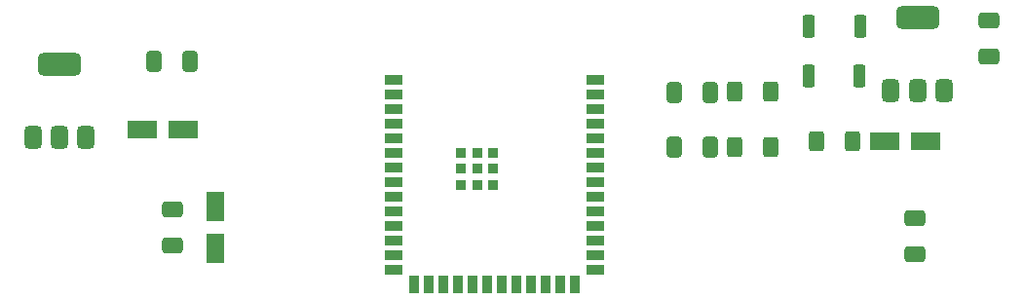
<source format=gbr>
%TF.GenerationSoftware,KiCad,Pcbnew,9.0.4-9.0.4-0~ubuntu22.04.1*%
%TF.CreationDate,2025-10-18T22:49:11+02:00*%
%TF.ProjectId,YR,59522e6b-6963-4616-945f-706362585858,rev?*%
%TF.SameCoordinates,Original*%
%TF.FileFunction,Paste,Top*%
%TF.FilePolarity,Positive*%
%FSLAX46Y46*%
G04 Gerber Fmt 4.6, Leading zero omitted, Abs format (unit mm)*
G04 Created by KiCad (PCBNEW 9.0.4-9.0.4-0~ubuntu22.04.1) date 2025-10-18 22:49:11*
%MOMM*%
%LPD*%
G01*
G04 APERTURE LIST*
G04 Aperture macros list*
%AMRoundRect*
0 Rectangle with rounded corners*
0 $1 Rounding radius*
0 $2 $3 $4 $5 $6 $7 $8 $9 X,Y pos of 4 corners*
0 Add a 4 corners polygon primitive as box body*
4,1,4,$2,$3,$4,$5,$6,$7,$8,$9,$2,$3,0*
0 Add four circle primitives for the rounded corners*
1,1,$1+$1,$2,$3*
1,1,$1+$1,$4,$5*
1,1,$1+$1,$6,$7*
1,1,$1+$1,$8,$9*
0 Add four rect primitives between the rounded corners*
20,1,$1+$1,$2,$3,$4,$5,0*
20,1,$1+$1,$4,$5,$6,$7,0*
20,1,$1+$1,$6,$7,$8,$9,0*
20,1,$1+$1,$8,$9,$2,$3,0*%
G04 Aperture macros list end*
%ADD10RoundRect,0.375000X0.375000X-0.625000X0.375000X0.625000X-0.375000X0.625000X-0.375000X-0.625000X0*%
%ADD11RoundRect,0.500000X1.400000X-0.500000X1.400000X0.500000X-1.400000X0.500000X-1.400000X-0.500000X0*%
%ADD12R,0.900000X0.900000*%
%ADD13R,1.500000X0.900000*%
%ADD14R,0.900000X1.500000*%
%ADD15RoundRect,0.250000X-0.650000X0.412500X-0.650000X-0.412500X0.650000X-0.412500X0.650000X0.412500X0*%
%ADD16RoundRect,0.250000X-0.275000X-0.750000X0.275000X-0.750000X0.275000X0.750000X-0.275000X0.750000X0*%
%ADD17RoundRect,0.250000X0.400000X0.625000X-0.400000X0.625000X-0.400000X-0.625000X0.400000X-0.625000X0*%
%ADD18RoundRect,0.250000X-1.050000X-0.550000X1.050000X-0.550000X1.050000X0.550000X-1.050000X0.550000X0*%
%ADD19RoundRect,0.250000X1.050000X0.550000X-1.050000X0.550000X-1.050000X-0.550000X1.050000X-0.550000X0*%
%ADD20RoundRect,0.250000X-0.412500X-0.650000X0.412500X-0.650000X0.412500X0.650000X-0.412500X0.650000X0*%
%ADD21RoundRect,0.250000X-0.400000X-0.625000X0.400000X-0.625000X0.400000X0.625000X-0.400000X0.625000X0*%
%ADD22RoundRect,0.250000X-0.550000X1.050000X-0.550000X-1.050000X0.550000X-1.050000X0.550000X1.050000X0*%
G04 APERTURE END LIST*
D10*
%TO.C,U3*%
X184450000Y-58800000D03*
X186750000Y-58800000D03*
D11*
X186750000Y-52500000D03*
D10*
X189050000Y-58800000D03*
%TD*%
D12*
%TO.C,U2*%
X147100000Y-64200000D03*
X147100000Y-65600000D03*
X147100000Y-67000000D03*
X148500000Y-64200000D03*
X148500000Y-65600000D03*
X148500000Y-67000000D03*
X149900000Y-64200000D03*
X149900000Y-65600000D03*
X149900000Y-67000000D03*
D13*
X141250000Y-57880000D03*
X141250000Y-59150000D03*
X141250000Y-60420000D03*
X141250000Y-61690000D03*
X141250000Y-62960000D03*
X141250000Y-64230000D03*
X141250000Y-65500000D03*
X141250000Y-66770000D03*
X141250000Y-68040000D03*
X141250000Y-69310000D03*
X141250000Y-70580000D03*
X141250000Y-71850000D03*
X141250000Y-73120000D03*
X141250000Y-74390000D03*
D14*
X143015000Y-75640000D03*
X144285000Y-75640000D03*
X145555000Y-75640000D03*
X146825000Y-75640000D03*
X148095000Y-75640000D03*
X149365000Y-75640000D03*
X150635000Y-75640000D03*
X151905000Y-75640000D03*
X153175000Y-75640000D03*
X154445000Y-75640000D03*
X155715000Y-75640000D03*
X156985000Y-75640000D03*
D13*
X158750000Y-74390000D03*
X158750000Y-73120000D03*
X158750000Y-71850000D03*
X158750000Y-70580000D03*
X158750000Y-69310000D03*
X158750000Y-68040000D03*
X158750000Y-66770000D03*
X158750000Y-65500000D03*
X158750000Y-64230000D03*
X158750000Y-62960000D03*
X158750000Y-61690000D03*
X158750000Y-60420000D03*
X158750000Y-59150000D03*
X158750000Y-57880000D03*
%TD*%
D15*
%TO.C,C8*%
X122000000Y-69125000D03*
X122000000Y-72250000D03*
%TD*%
D10*
%TO.C,U1*%
X109900000Y-62865000D03*
X112200000Y-62865000D03*
D11*
X112200000Y-56565000D03*
D10*
X114500000Y-62865000D03*
%TD*%
D16*
%TO.C,S2*%
X177300000Y-53250000D03*
X181750000Y-53250000D03*
%TD*%
D15*
%TO.C,C10*%
X193000000Y-52750000D03*
X193000000Y-55875000D03*
%TD*%
D17*
%TO.C,R9*%
X181102000Y-63246000D03*
X178002000Y-63246000D03*
%TD*%
D18*
%TO.C,C2*%
X119380000Y-62230000D03*
X122980000Y-62230000D03*
%TD*%
D19*
%TO.C,C12*%
X187500000Y-63250000D03*
X183900000Y-63250000D03*
%TD*%
D15*
%TO.C,C11*%
X186500000Y-69875000D03*
X186500000Y-73000000D03*
%TD*%
D20*
%TO.C,C3*%
X165625000Y-59000000D03*
X168750000Y-59000000D03*
%TD*%
D21*
%TO.C,R1*%
X170900000Y-58928000D03*
X174000000Y-58928000D03*
%TD*%
D20*
%TO.C,C1*%
X120375000Y-56250000D03*
X123500000Y-56250000D03*
%TD*%
%TO.C,C7*%
X165625000Y-63750000D03*
X168750000Y-63750000D03*
%TD*%
D21*
%TO.C,R6*%
X170900000Y-63750000D03*
X174000000Y-63750000D03*
%TD*%
D16*
%TO.C,S1*%
X177275000Y-57500000D03*
X181725000Y-57500000D03*
%TD*%
D22*
%TO.C,C9*%
X125750000Y-68900000D03*
X125750000Y-72500000D03*
%TD*%
M02*

</source>
